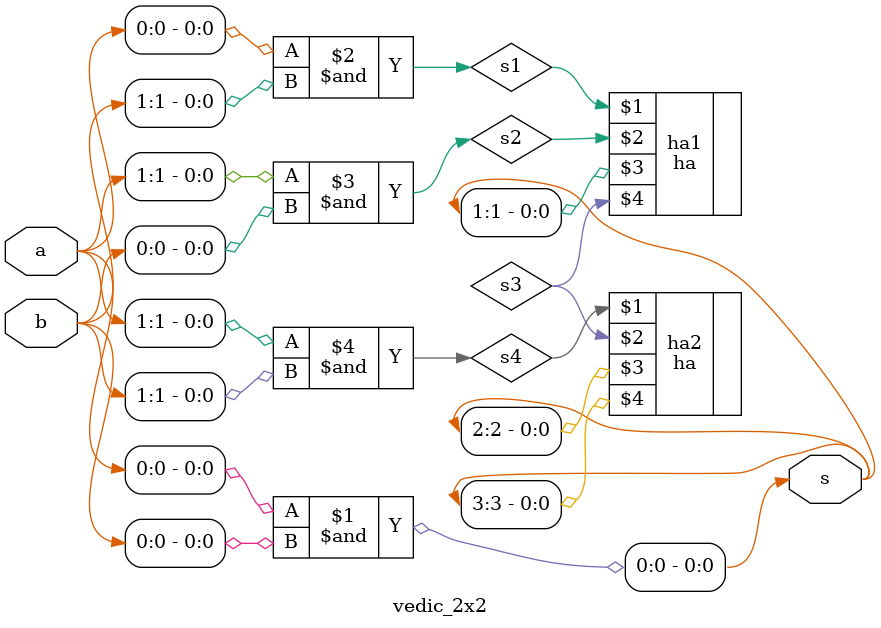
<source format=v>
module vedic_2x2(a, b, s);// 2 Bit Vedic Multiplier

input [1:0] a, b;
output [3:0] s;

wire s1, s2, s3, s4;

and(s[0], a[0], b[0]);
and(s1, a[0], b[1]);
and(s2, a[1], b[0]);

ha ha1(s1, s2, s[1], s3);

and(s4, a[1], b[1]);

ha ha2(s4, s3, s[2], s[3]);

endmodule

</source>
